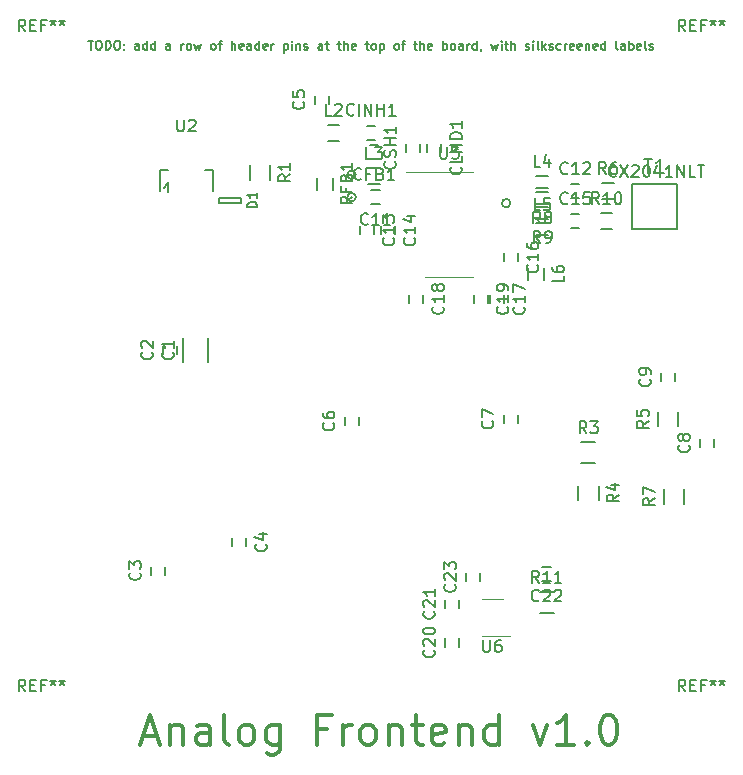
<source format=gbr>
G04 #@! TF.FileFunction,Legend,Top*
%FSLAX46Y46*%
G04 Gerber Fmt 4.6, Leading zero omitted, Abs format (unit mm)*
G04 Created by KiCad (PCBNEW 4.0.6) date Thursday, June 15, 2017 'PMt' 05:18:36 PM*
%MOMM*%
%LPD*%
G01*
G04 APERTURE LIST*
%ADD10C,0.100000*%
%ADD11C,0.127000*%
%ADD12C,0.300000*%
%ADD13C,0.200000*%
%ADD14C,0.150000*%
%ADD15C,0.120000*%
G04 APERTURE END LIST*
D10*
D11*
X122083282Y-51652714D02*
X122518711Y-51652714D01*
X122300997Y-52414714D02*
X122300997Y-51652714D01*
X122917853Y-51652714D02*
X123062996Y-51652714D01*
X123135568Y-51689000D01*
X123208139Y-51761571D01*
X123244425Y-51906714D01*
X123244425Y-52160714D01*
X123208139Y-52305857D01*
X123135568Y-52378429D01*
X123062996Y-52414714D01*
X122917853Y-52414714D01*
X122845282Y-52378429D01*
X122772711Y-52305857D01*
X122736425Y-52160714D01*
X122736425Y-51906714D01*
X122772711Y-51761571D01*
X122845282Y-51689000D01*
X122917853Y-51652714D01*
X123570997Y-52414714D02*
X123570997Y-51652714D01*
X123752425Y-51652714D01*
X123861282Y-51689000D01*
X123933854Y-51761571D01*
X123970139Y-51834143D01*
X124006425Y-51979286D01*
X124006425Y-52088143D01*
X123970139Y-52233286D01*
X123933854Y-52305857D01*
X123861282Y-52378429D01*
X123752425Y-52414714D01*
X123570997Y-52414714D01*
X124478139Y-51652714D02*
X124623282Y-51652714D01*
X124695854Y-51689000D01*
X124768425Y-51761571D01*
X124804711Y-51906714D01*
X124804711Y-52160714D01*
X124768425Y-52305857D01*
X124695854Y-52378429D01*
X124623282Y-52414714D01*
X124478139Y-52414714D01*
X124405568Y-52378429D01*
X124332997Y-52305857D01*
X124296711Y-52160714D01*
X124296711Y-51906714D01*
X124332997Y-51761571D01*
X124405568Y-51689000D01*
X124478139Y-51652714D01*
X125131283Y-52342143D02*
X125167568Y-52378429D01*
X125131283Y-52414714D01*
X125094997Y-52378429D01*
X125131283Y-52342143D01*
X125131283Y-52414714D01*
X125131283Y-51943000D02*
X125167568Y-51979286D01*
X125131283Y-52015571D01*
X125094997Y-51979286D01*
X125131283Y-51943000D01*
X125131283Y-52015571D01*
X126401282Y-52414714D02*
X126401282Y-52015571D01*
X126364996Y-51943000D01*
X126292425Y-51906714D01*
X126147282Y-51906714D01*
X126074711Y-51943000D01*
X126401282Y-52378429D02*
X126328711Y-52414714D01*
X126147282Y-52414714D01*
X126074711Y-52378429D01*
X126038425Y-52305857D01*
X126038425Y-52233286D01*
X126074711Y-52160714D01*
X126147282Y-52124429D01*
X126328711Y-52124429D01*
X126401282Y-52088143D01*
X127090711Y-52414714D02*
X127090711Y-51652714D01*
X127090711Y-52378429D02*
X127018140Y-52414714D01*
X126872997Y-52414714D01*
X126800425Y-52378429D01*
X126764140Y-52342143D01*
X126727854Y-52269571D01*
X126727854Y-52051857D01*
X126764140Y-51979286D01*
X126800425Y-51943000D01*
X126872997Y-51906714D01*
X127018140Y-51906714D01*
X127090711Y-51943000D01*
X127780140Y-52414714D02*
X127780140Y-51652714D01*
X127780140Y-52378429D02*
X127707569Y-52414714D01*
X127562426Y-52414714D01*
X127489854Y-52378429D01*
X127453569Y-52342143D01*
X127417283Y-52269571D01*
X127417283Y-52051857D01*
X127453569Y-51979286D01*
X127489854Y-51943000D01*
X127562426Y-51906714D01*
X127707569Y-51906714D01*
X127780140Y-51943000D01*
X129050140Y-52414714D02*
X129050140Y-52015571D01*
X129013854Y-51943000D01*
X128941283Y-51906714D01*
X128796140Y-51906714D01*
X128723569Y-51943000D01*
X129050140Y-52378429D02*
X128977569Y-52414714D01*
X128796140Y-52414714D01*
X128723569Y-52378429D01*
X128687283Y-52305857D01*
X128687283Y-52233286D01*
X128723569Y-52160714D01*
X128796140Y-52124429D01*
X128977569Y-52124429D01*
X129050140Y-52088143D01*
X129993569Y-52414714D02*
X129993569Y-51906714D01*
X129993569Y-52051857D02*
X130029854Y-51979286D01*
X130066140Y-51943000D01*
X130138711Y-51906714D01*
X130211283Y-51906714D01*
X130574140Y-52414714D02*
X130501568Y-52378429D01*
X130465283Y-52342143D01*
X130428997Y-52269571D01*
X130428997Y-52051857D01*
X130465283Y-51979286D01*
X130501568Y-51943000D01*
X130574140Y-51906714D01*
X130682997Y-51906714D01*
X130755568Y-51943000D01*
X130791854Y-51979286D01*
X130828140Y-52051857D01*
X130828140Y-52269571D01*
X130791854Y-52342143D01*
X130755568Y-52378429D01*
X130682997Y-52414714D01*
X130574140Y-52414714D01*
X131082140Y-51906714D02*
X131227283Y-52414714D01*
X131372426Y-52051857D01*
X131517569Y-52414714D01*
X131662712Y-51906714D01*
X132642426Y-52414714D02*
X132569854Y-52378429D01*
X132533569Y-52342143D01*
X132497283Y-52269571D01*
X132497283Y-52051857D01*
X132533569Y-51979286D01*
X132569854Y-51943000D01*
X132642426Y-51906714D01*
X132751283Y-51906714D01*
X132823854Y-51943000D01*
X132860140Y-51979286D01*
X132896426Y-52051857D01*
X132896426Y-52269571D01*
X132860140Y-52342143D01*
X132823854Y-52378429D01*
X132751283Y-52414714D01*
X132642426Y-52414714D01*
X133114140Y-51906714D02*
X133404426Y-51906714D01*
X133222998Y-52414714D02*
X133222998Y-51761571D01*
X133259283Y-51689000D01*
X133331855Y-51652714D01*
X133404426Y-51652714D01*
X134238998Y-52414714D02*
X134238998Y-51652714D01*
X134565569Y-52414714D02*
X134565569Y-52015571D01*
X134529283Y-51943000D01*
X134456712Y-51906714D01*
X134347855Y-51906714D01*
X134275283Y-51943000D01*
X134238998Y-51979286D01*
X135218712Y-52378429D02*
X135146141Y-52414714D01*
X135000998Y-52414714D01*
X134928427Y-52378429D01*
X134892141Y-52305857D01*
X134892141Y-52015571D01*
X134928427Y-51943000D01*
X135000998Y-51906714D01*
X135146141Y-51906714D01*
X135218712Y-51943000D01*
X135254998Y-52015571D01*
X135254998Y-52088143D01*
X134892141Y-52160714D01*
X135908141Y-52414714D02*
X135908141Y-52015571D01*
X135871855Y-51943000D01*
X135799284Y-51906714D01*
X135654141Y-51906714D01*
X135581570Y-51943000D01*
X135908141Y-52378429D02*
X135835570Y-52414714D01*
X135654141Y-52414714D01*
X135581570Y-52378429D01*
X135545284Y-52305857D01*
X135545284Y-52233286D01*
X135581570Y-52160714D01*
X135654141Y-52124429D01*
X135835570Y-52124429D01*
X135908141Y-52088143D01*
X136597570Y-52414714D02*
X136597570Y-51652714D01*
X136597570Y-52378429D02*
X136524999Y-52414714D01*
X136379856Y-52414714D01*
X136307284Y-52378429D01*
X136270999Y-52342143D01*
X136234713Y-52269571D01*
X136234713Y-52051857D01*
X136270999Y-51979286D01*
X136307284Y-51943000D01*
X136379856Y-51906714D01*
X136524999Y-51906714D01*
X136597570Y-51943000D01*
X137250713Y-52378429D02*
X137178142Y-52414714D01*
X137032999Y-52414714D01*
X136960428Y-52378429D01*
X136924142Y-52305857D01*
X136924142Y-52015571D01*
X136960428Y-51943000D01*
X137032999Y-51906714D01*
X137178142Y-51906714D01*
X137250713Y-51943000D01*
X137286999Y-52015571D01*
X137286999Y-52088143D01*
X136924142Y-52160714D01*
X137613571Y-52414714D02*
X137613571Y-51906714D01*
X137613571Y-52051857D02*
X137649856Y-51979286D01*
X137686142Y-51943000D01*
X137758713Y-51906714D01*
X137831285Y-51906714D01*
X138665856Y-51906714D02*
X138665856Y-52668714D01*
X138665856Y-51943000D02*
X138738427Y-51906714D01*
X138883570Y-51906714D01*
X138956141Y-51943000D01*
X138992427Y-51979286D01*
X139028713Y-52051857D01*
X139028713Y-52269571D01*
X138992427Y-52342143D01*
X138956141Y-52378429D01*
X138883570Y-52414714D01*
X138738427Y-52414714D01*
X138665856Y-52378429D01*
X139355285Y-52414714D02*
X139355285Y-51906714D01*
X139355285Y-51652714D02*
X139318999Y-51689000D01*
X139355285Y-51725286D01*
X139391570Y-51689000D01*
X139355285Y-51652714D01*
X139355285Y-51725286D01*
X139718142Y-51906714D02*
X139718142Y-52414714D01*
X139718142Y-51979286D02*
X139754427Y-51943000D01*
X139826999Y-51906714D01*
X139935856Y-51906714D01*
X140008427Y-51943000D01*
X140044713Y-52015571D01*
X140044713Y-52414714D01*
X140371285Y-52378429D02*
X140443856Y-52414714D01*
X140588999Y-52414714D01*
X140661571Y-52378429D01*
X140697856Y-52305857D01*
X140697856Y-52269571D01*
X140661571Y-52197000D01*
X140588999Y-52160714D01*
X140480142Y-52160714D01*
X140407571Y-52124429D01*
X140371285Y-52051857D01*
X140371285Y-52015571D01*
X140407571Y-51943000D01*
X140480142Y-51906714D01*
X140588999Y-51906714D01*
X140661571Y-51943000D01*
X141931570Y-52414714D02*
X141931570Y-52015571D01*
X141895284Y-51943000D01*
X141822713Y-51906714D01*
X141677570Y-51906714D01*
X141604999Y-51943000D01*
X141931570Y-52378429D02*
X141858999Y-52414714D01*
X141677570Y-52414714D01*
X141604999Y-52378429D01*
X141568713Y-52305857D01*
X141568713Y-52233286D01*
X141604999Y-52160714D01*
X141677570Y-52124429D01*
X141858999Y-52124429D01*
X141931570Y-52088143D01*
X142185570Y-51906714D02*
X142475856Y-51906714D01*
X142294428Y-51652714D02*
X142294428Y-52305857D01*
X142330713Y-52378429D01*
X142403285Y-52414714D01*
X142475856Y-52414714D01*
X143201570Y-51906714D02*
X143491856Y-51906714D01*
X143310428Y-51652714D02*
X143310428Y-52305857D01*
X143346713Y-52378429D01*
X143419285Y-52414714D01*
X143491856Y-52414714D01*
X143745857Y-52414714D02*
X143745857Y-51652714D01*
X144072428Y-52414714D02*
X144072428Y-52015571D01*
X144036142Y-51943000D01*
X143963571Y-51906714D01*
X143854714Y-51906714D01*
X143782142Y-51943000D01*
X143745857Y-51979286D01*
X144725571Y-52378429D02*
X144653000Y-52414714D01*
X144507857Y-52414714D01*
X144435286Y-52378429D01*
X144399000Y-52305857D01*
X144399000Y-52015571D01*
X144435286Y-51943000D01*
X144507857Y-51906714D01*
X144653000Y-51906714D01*
X144725571Y-51943000D01*
X144761857Y-52015571D01*
X144761857Y-52088143D01*
X144399000Y-52160714D01*
X145560142Y-51906714D02*
X145850428Y-51906714D01*
X145669000Y-51652714D02*
X145669000Y-52305857D01*
X145705285Y-52378429D01*
X145777857Y-52414714D01*
X145850428Y-52414714D01*
X146213286Y-52414714D02*
X146140714Y-52378429D01*
X146104429Y-52342143D01*
X146068143Y-52269571D01*
X146068143Y-52051857D01*
X146104429Y-51979286D01*
X146140714Y-51943000D01*
X146213286Y-51906714D01*
X146322143Y-51906714D01*
X146394714Y-51943000D01*
X146431000Y-51979286D01*
X146467286Y-52051857D01*
X146467286Y-52269571D01*
X146431000Y-52342143D01*
X146394714Y-52378429D01*
X146322143Y-52414714D01*
X146213286Y-52414714D01*
X146793858Y-51906714D02*
X146793858Y-52668714D01*
X146793858Y-51943000D02*
X146866429Y-51906714D01*
X147011572Y-51906714D01*
X147084143Y-51943000D01*
X147120429Y-51979286D01*
X147156715Y-52051857D01*
X147156715Y-52269571D01*
X147120429Y-52342143D01*
X147084143Y-52378429D01*
X147011572Y-52414714D01*
X146866429Y-52414714D01*
X146793858Y-52378429D01*
X148172715Y-52414714D02*
X148100143Y-52378429D01*
X148063858Y-52342143D01*
X148027572Y-52269571D01*
X148027572Y-52051857D01*
X148063858Y-51979286D01*
X148100143Y-51943000D01*
X148172715Y-51906714D01*
X148281572Y-51906714D01*
X148354143Y-51943000D01*
X148390429Y-51979286D01*
X148426715Y-52051857D01*
X148426715Y-52269571D01*
X148390429Y-52342143D01*
X148354143Y-52378429D01*
X148281572Y-52414714D01*
X148172715Y-52414714D01*
X148644429Y-51906714D02*
X148934715Y-51906714D01*
X148753287Y-52414714D02*
X148753287Y-51761571D01*
X148789572Y-51689000D01*
X148862144Y-51652714D01*
X148934715Y-51652714D01*
X149660429Y-51906714D02*
X149950715Y-51906714D01*
X149769287Y-51652714D02*
X149769287Y-52305857D01*
X149805572Y-52378429D01*
X149878144Y-52414714D01*
X149950715Y-52414714D01*
X150204716Y-52414714D02*
X150204716Y-51652714D01*
X150531287Y-52414714D02*
X150531287Y-52015571D01*
X150495001Y-51943000D01*
X150422430Y-51906714D01*
X150313573Y-51906714D01*
X150241001Y-51943000D01*
X150204716Y-51979286D01*
X151184430Y-52378429D02*
X151111859Y-52414714D01*
X150966716Y-52414714D01*
X150894145Y-52378429D01*
X150857859Y-52305857D01*
X150857859Y-52015571D01*
X150894145Y-51943000D01*
X150966716Y-51906714D01*
X151111859Y-51906714D01*
X151184430Y-51943000D01*
X151220716Y-52015571D01*
X151220716Y-52088143D01*
X150857859Y-52160714D01*
X152127859Y-52414714D02*
X152127859Y-51652714D01*
X152127859Y-51943000D02*
X152200430Y-51906714D01*
X152345573Y-51906714D01*
X152418144Y-51943000D01*
X152454430Y-51979286D01*
X152490716Y-52051857D01*
X152490716Y-52269571D01*
X152454430Y-52342143D01*
X152418144Y-52378429D01*
X152345573Y-52414714D01*
X152200430Y-52414714D01*
X152127859Y-52378429D01*
X152926145Y-52414714D02*
X152853573Y-52378429D01*
X152817288Y-52342143D01*
X152781002Y-52269571D01*
X152781002Y-52051857D01*
X152817288Y-51979286D01*
X152853573Y-51943000D01*
X152926145Y-51906714D01*
X153035002Y-51906714D01*
X153107573Y-51943000D01*
X153143859Y-51979286D01*
X153180145Y-52051857D01*
X153180145Y-52269571D01*
X153143859Y-52342143D01*
X153107573Y-52378429D01*
X153035002Y-52414714D01*
X152926145Y-52414714D01*
X153833288Y-52414714D02*
X153833288Y-52015571D01*
X153797002Y-51943000D01*
X153724431Y-51906714D01*
X153579288Y-51906714D01*
X153506717Y-51943000D01*
X153833288Y-52378429D02*
X153760717Y-52414714D01*
X153579288Y-52414714D01*
X153506717Y-52378429D01*
X153470431Y-52305857D01*
X153470431Y-52233286D01*
X153506717Y-52160714D01*
X153579288Y-52124429D01*
X153760717Y-52124429D01*
X153833288Y-52088143D01*
X154196146Y-52414714D02*
X154196146Y-51906714D01*
X154196146Y-52051857D02*
X154232431Y-51979286D01*
X154268717Y-51943000D01*
X154341288Y-51906714D01*
X154413860Y-51906714D01*
X154994431Y-52414714D02*
X154994431Y-51652714D01*
X154994431Y-52378429D02*
X154921860Y-52414714D01*
X154776717Y-52414714D01*
X154704145Y-52378429D01*
X154667860Y-52342143D01*
X154631574Y-52269571D01*
X154631574Y-52051857D01*
X154667860Y-51979286D01*
X154704145Y-51943000D01*
X154776717Y-51906714D01*
X154921860Y-51906714D01*
X154994431Y-51943000D01*
X155393574Y-52378429D02*
X155393574Y-52414714D01*
X155357289Y-52487286D01*
X155321003Y-52523571D01*
X156228145Y-51906714D02*
X156373288Y-52414714D01*
X156518431Y-52051857D01*
X156663574Y-52414714D01*
X156808717Y-51906714D01*
X157099003Y-52414714D02*
X157099003Y-51906714D01*
X157099003Y-51652714D02*
X157062717Y-51689000D01*
X157099003Y-51725286D01*
X157135288Y-51689000D01*
X157099003Y-51652714D01*
X157099003Y-51725286D01*
X157353002Y-51906714D02*
X157643288Y-51906714D01*
X157461860Y-51652714D02*
X157461860Y-52305857D01*
X157498145Y-52378429D01*
X157570717Y-52414714D01*
X157643288Y-52414714D01*
X157897289Y-52414714D02*
X157897289Y-51652714D01*
X158223860Y-52414714D02*
X158223860Y-52015571D01*
X158187574Y-51943000D01*
X158115003Y-51906714D01*
X158006146Y-51906714D01*
X157933574Y-51943000D01*
X157897289Y-51979286D01*
X159131003Y-52378429D02*
X159203574Y-52414714D01*
X159348717Y-52414714D01*
X159421289Y-52378429D01*
X159457574Y-52305857D01*
X159457574Y-52269571D01*
X159421289Y-52197000D01*
X159348717Y-52160714D01*
X159239860Y-52160714D01*
X159167289Y-52124429D01*
X159131003Y-52051857D01*
X159131003Y-52015571D01*
X159167289Y-51943000D01*
X159239860Y-51906714D01*
X159348717Y-51906714D01*
X159421289Y-51943000D01*
X159784146Y-52414714D02*
X159784146Y-51906714D01*
X159784146Y-51652714D02*
X159747860Y-51689000D01*
X159784146Y-51725286D01*
X159820431Y-51689000D01*
X159784146Y-51652714D01*
X159784146Y-51725286D01*
X160255860Y-52414714D02*
X160183288Y-52378429D01*
X160147003Y-52305857D01*
X160147003Y-51652714D01*
X160546146Y-52414714D02*
X160546146Y-51652714D01*
X160618717Y-52124429D02*
X160836431Y-52414714D01*
X160836431Y-51906714D02*
X160546146Y-52197000D01*
X161126717Y-52378429D02*
X161199288Y-52414714D01*
X161344431Y-52414714D01*
X161417003Y-52378429D01*
X161453288Y-52305857D01*
X161453288Y-52269571D01*
X161417003Y-52197000D01*
X161344431Y-52160714D01*
X161235574Y-52160714D01*
X161163003Y-52124429D01*
X161126717Y-52051857D01*
X161126717Y-52015571D01*
X161163003Y-51943000D01*
X161235574Y-51906714D01*
X161344431Y-51906714D01*
X161417003Y-51943000D01*
X162106431Y-52378429D02*
X162033860Y-52414714D01*
X161888717Y-52414714D01*
X161816145Y-52378429D01*
X161779860Y-52342143D01*
X161743574Y-52269571D01*
X161743574Y-52051857D01*
X161779860Y-51979286D01*
X161816145Y-51943000D01*
X161888717Y-51906714D01*
X162033860Y-51906714D01*
X162106431Y-51943000D01*
X162433003Y-52414714D02*
X162433003Y-51906714D01*
X162433003Y-52051857D02*
X162469288Y-51979286D01*
X162505574Y-51943000D01*
X162578145Y-51906714D01*
X162650717Y-51906714D01*
X163195002Y-52378429D02*
X163122431Y-52414714D01*
X162977288Y-52414714D01*
X162904717Y-52378429D01*
X162868431Y-52305857D01*
X162868431Y-52015571D01*
X162904717Y-51943000D01*
X162977288Y-51906714D01*
X163122431Y-51906714D01*
X163195002Y-51943000D01*
X163231288Y-52015571D01*
X163231288Y-52088143D01*
X162868431Y-52160714D01*
X163848145Y-52378429D02*
X163775574Y-52414714D01*
X163630431Y-52414714D01*
X163557860Y-52378429D01*
X163521574Y-52305857D01*
X163521574Y-52015571D01*
X163557860Y-51943000D01*
X163630431Y-51906714D01*
X163775574Y-51906714D01*
X163848145Y-51943000D01*
X163884431Y-52015571D01*
X163884431Y-52088143D01*
X163521574Y-52160714D01*
X164211003Y-51906714D02*
X164211003Y-52414714D01*
X164211003Y-51979286D02*
X164247288Y-51943000D01*
X164319860Y-51906714D01*
X164428717Y-51906714D01*
X164501288Y-51943000D01*
X164537574Y-52015571D01*
X164537574Y-52414714D01*
X165190717Y-52378429D02*
X165118146Y-52414714D01*
X164973003Y-52414714D01*
X164900432Y-52378429D01*
X164864146Y-52305857D01*
X164864146Y-52015571D01*
X164900432Y-51943000D01*
X164973003Y-51906714D01*
X165118146Y-51906714D01*
X165190717Y-51943000D01*
X165227003Y-52015571D01*
X165227003Y-52088143D01*
X164864146Y-52160714D01*
X165880146Y-52414714D02*
X165880146Y-51652714D01*
X165880146Y-52378429D02*
X165807575Y-52414714D01*
X165662432Y-52414714D01*
X165589860Y-52378429D01*
X165553575Y-52342143D01*
X165517289Y-52269571D01*
X165517289Y-52051857D01*
X165553575Y-51979286D01*
X165589860Y-51943000D01*
X165662432Y-51906714D01*
X165807575Y-51906714D01*
X165880146Y-51943000D01*
X166932432Y-52414714D02*
X166859860Y-52378429D01*
X166823575Y-52305857D01*
X166823575Y-51652714D01*
X167549289Y-52414714D02*
X167549289Y-52015571D01*
X167513003Y-51943000D01*
X167440432Y-51906714D01*
X167295289Y-51906714D01*
X167222718Y-51943000D01*
X167549289Y-52378429D02*
X167476718Y-52414714D01*
X167295289Y-52414714D01*
X167222718Y-52378429D01*
X167186432Y-52305857D01*
X167186432Y-52233286D01*
X167222718Y-52160714D01*
X167295289Y-52124429D01*
X167476718Y-52124429D01*
X167549289Y-52088143D01*
X167912147Y-52414714D02*
X167912147Y-51652714D01*
X167912147Y-51943000D02*
X167984718Y-51906714D01*
X168129861Y-51906714D01*
X168202432Y-51943000D01*
X168238718Y-51979286D01*
X168275004Y-52051857D01*
X168275004Y-52269571D01*
X168238718Y-52342143D01*
X168202432Y-52378429D01*
X168129861Y-52414714D01*
X167984718Y-52414714D01*
X167912147Y-52378429D01*
X168891861Y-52378429D02*
X168819290Y-52414714D01*
X168674147Y-52414714D01*
X168601576Y-52378429D01*
X168565290Y-52305857D01*
X168565290Y-52015571D01*
X168601576Y-51943000D01*
X168674147Y-51906714D01*
X168819290Y-51906714D01*
X168891861Y-51943000D01*
X168928147Y-52015571D01*
X168928147Y-52088143D01*
X168565290Y-52160714D01*
X169363576Y-52414714D02*
X169291004Y-52378429D01*
X169254719Y-52305857D01*
X169254719Y-51652714D01*
X169617576Y-52378429D02*
X169690147Y-52414714D01*
X169835290Y-52414714D01*
X169907862Y-52378429D01*
X169944147Y-52305857D01*
X169944147Y-52269571D01*
X169907862Y-52197000D01*
X169835290Y-52160714D01*
X169726433Y-52160714D01*
X169653862Y-52124429D01*
X169617576Y-52051857D01*
X169617576Y-52015571D01*
X169653862Y-51943000D01*
X169726433Y-51906714D01*
X169835290Y-51906714D01*
X169907862Y-51943000D01*
D12*
X126733906Y-110532333D02*
X127943429Y-110532333D01*
X126492001Y-111258048D02*
X127338667Y-108718048D01*
X128185334Y-111258048D01*
X129032001Y-109564714D02*
X129032001Y-111258048D01*
X129032001Y-109806619D02*
X129152953Y-109685667D01*
X129394858Y-109564714D01*
X129757715Y-109564714D01*
X129999620Y-109685667D01*
X130120572Y-109927571D01*
X130120572Y-111258048D01*
X132418667Y-111258048D02*
X132418667Y-109927571D01*
X132297715Y-109685667D01*
X132055810Y-109564714D01*
X131572001Y-109564714D01*
X131330096Y-109685667D01*
X132418667Y-111137095D02*
X132176763Y-111258048D01*
X131572001Y-111258048D01*
X131330096Y-111137095D01*
X131209144Y-110895190D01*
X131209144Y-110653286D01*
X131330096Y-110411381D01*
X131572001Y-110290429D01*
X132176763Y-110290429D01*
X132418667Y-110169476D01*
X133991048Y-111258048D02*
X133749143Y-111137095D01*
X133628191Y-110895190D01*
X133628191Y-108718048D01*
X135321524Y-111258048D02*
X135079619Y-111137095D01*
X134958667Y-111016143D01*
X134837715Y-110774238D01*
X134837715Y-110048524D01*
X134958667Y-109806619D01*
X135079619Y-109685667D01*
X135321524Y-109564714D01*
X135684381Y-109564714D01*
X135926286Y-109685667D01*
X136047238Y-109806619D01*
X136168191Y-110048524D01*
X136168191Y-110774238D01*
X136047238Y-111016143D01*
X135926286Y-111137095D01*
X135684381Y-111258048D01*
X135321524Y-111258048D01*
X138345333Y-109564714D02*
X138345333Y-111620905D01*
X138224381Y-111862810D01*
X138103429Y-111983762D01*
X137861524Y-112104714D01*
X137498667Y-112104714D01*
X137256762Y-111983762D01*
X138345333Y-111137095D02*
X138103429Y-111258048D01*
X137619619Y-111258048D01*
X137377714Y-111137095D01*
X137256762Y-111016143D01*
X137135810Y-110774238D01*
X137135810Y-110048524D01*
X137256762Y-109806619D01*
X137377714Y-109685667D01*
X137619619Y-109564714D01*
X138103429Y-109564714D01*
X138345333Y-109685667D01*
X142336762Y-109927571D02*
X141490095Y-109927571D01*
X141490095Y-111258048D02*
X141490095Y-108718048D01*
X142699619Y-108718048D01*
X143667238Y-111258048D02*
X143667238Y-109564714D01*
X143667238Y-110048524D02*
X143788190Y-109806619D01*
X143909143Y-109685667D01*
X144151047Y-109564714D01*
X144392952Y-109564714D01*
X145602476Y-111258048D02*
X145360571Y-111137095D01*
X145239619Y-111016143D01*
X145118667Y-110774238D01*
X145118667Y-110048524D01*
X145239619Y-109806619D01*
X145360571Y-109685667D01*
X145602476Y-109564714D01*
X145965333Y-109564714D01*
X146207238Y-109685667D01*
X146328190Y-109806619D01*
X146449143Y-110048524D01*
X146449143Y-110774238D01*
X146328190Y-111016143D01*
X146207238Y-111137095D01*
X145965333Y-111258048D01*
X145602476Y-111258048D01*
X147537714Y-109564714D02*
X147537714Y-111258048D01*
X147537714Y-109806619D02*
X147658666Y-109685667D01*
X147900571Y-109564714D01*
X148263428Y-109564714D01*
X148505333Y-109685667D01*
X148626285Y-109927571D01*
X148626285Y-111258048D01*
X149472952Y-109564714D02*
X150440571Y-109564714D01*
X149835809Y-108718048D02*
X149835809Y-110895190D01*
X149956761Y-111137095D01*
X150198666Y-111258048D01*
X150440571Y-111258048D01*
X152254857Y-111137095D02*
X152012952Y-111258048D01*
X151529143Y-111258048D01*
X151287238Y-111137095D01*
X151166286Y-110895190D01*
X151166286Y-109927571D01*
X151287238Y-109685667D01*
X151529143Y-109564714D01*
X152012952Y-109564714D01*
X152254857Y-109685667D01*
X152375809Y-109927571D01*
X152375809Y-110169476D01*
X151166286Y-110411381D01*
X153464381Y-109564714D02*
X153464381Y-111258048D01*
X153464381Y-109806619D02*
X153585333Y-109685667D01*
X153827238Y-109564714D01*
X154190095Y-109564714D01*
X154432000Y-109685667D01*
X154552952Y-109927571D01*
X154552952Y-111258048D01*
X156851047Y-111258048D02*
X156851047Y-108718048D01*
X156851047Y-111137095D02*
X156609143Y-111258048D01*
X156125333Y-111258048D01*
X155883428Y-111137095D01*
X155762476Y-111016143D01*
X155641524Y-110774238D01*
X155641524Y-110048524D01*
X155762476Y-109806619D01*
X155883428Y-109685667D01*
X156125333Y-109564714D01*
X156609143Y-109564714D01*
X156851047Y-109685667D01*
X159753904Y-109564714D02*
X160358666Y-111258048D01*
X160963428Y-109564714D01*
X163261523Y-111258048D02*
X161810095Y-111258048D01*
X162535809Y-111258048D02*
X162535809Y-108718048D01*
X162293904Y-109080905D01*
X162051999Y-109322810D01*
X161810095Y-109443762D01*
X164350095Y-111016143D02*
X164471047Y-111137095D01*
X164350095Y-111258048D01*
X164229143Y-111137095D01*
X164350095Y-111016143D01*
X164350095Y-111258048D01*
X166043428Y-108718048D02*
X166285333Y-108718048D01*
X166527238Y-108839000D01*
X166648190Y-108959952D01*
X166769143Y-109201857D01*
X166890095Y-109685667D01*
X166890095Y-110290429D01*
X166769143Y-110774238D01*
X166648190Y-111016143D01*
X166527238Y-111137095D01*
X166285333Y-111258048D01*
X166043428Y-111258048D01*
X165801524Y-111137095D01*
X165680571Y-111016143D01*
X165559619Y-110774238D01*
X165438667Y-110290429D01*
X165438667Y-109685667D01*
X165559619Y-109201857D01*
X165680571Y-108959952D01*
X165801524Y-108839000D01*
X166043428Y-108718048D01*
D13*
X157839210Y-65405000D02*
G75*
G03X157839210Y-65405000I-359210J0D01*
G01*
X144758210Y-64897000D02*
G75*
G03X144758210Y-64897000I-359210J0D01*
G01*
X144758210Y-62992000D02*
G75*
G03X144758210Y-62992000I-359210J0D01*
G01*
D14*
X135782000Y-63404000D02*
X135782000Y-62204000D01*
X137532000Y-62204000D02*
X137532000Y-63404000D01*
X141259000Y-56992000D02*
X141259000Y-56292000D01*
X142459000Y-56292000D02*
X142459000Y-56992000D01*
X128529080Y-64081660D02*
X128778000Y-63781940D01*
X128778000Y-63781940D02*
X128879600Y-63632080D01*
X128879600Y-63632080D02*
X128879600Y-64480440D01*
X128178560Y-62580520D02*
X128178560Y-64381380D01*
X128178560Y-62580520D02*
X128828800Y-62580520D01*
X132679440Y-62580520D02*
X132679440Y-64381380D01*
X132679440Y-62580520D02*
X132029200Y-62580520D01*
X135012000Y-64951000D02*
X133212000Y-64951000D01*
X133212000Y-64951000D02*
X133212000Y-65351000D01*
X133212000Y-65351000D02*
X135012000Y-65351000D01*
X135012000Y-65351000D02*
X135012000Y-64951000D01*
X130166000Y-76851000D02*
X130166000Y-78851000D01*
X132216000Y-78851000D02*
X132216000Y-76851000D01*
X128432000Y-78201000D02*
X128432000Y-77501000D01*
X129632000Y-77501000D02*
X129632000Y-78201000D01*
X127416000Y-96870000D02*
X127416000Y-96170000D01*
X128616000Y-96170000D02*
X128616000Y-96870000D01*
X135474000Y-93757000D02*
X135474000Y-94457000D01*
X134274000Y-94457000D02*
X134274000Y-93757000D01*
X143799000Y-84182000D02*
X143799000Y-83482000D01*
X144999000Y-83482000D02*
X144999000Y-84182000D01*
X157261000Y-84031000D02*
X157261000Y-83331000D01*
X158461000Y-83331000D02*
X158461000Y-84031000D01*
X173898000Y-86075000D02*
X173898000Y-85375000D01*
X175098000Y-85375000D02*
X175098000Y-86075000D01*
X170596000Y-80487000D02*
X170596000Y-79787000D01*
X171796000Y-79787000D02*
X171796000Y-80487000D01*
X146781000Y-65497000D02*
X146081000Y-65497000D01*
X146081000Y-64297000D02*
X146781000Y-64297000D01*
X162984000Y-63789000D02*
X163684000Y-63789000D01*
X163684000Y-64989000D02*
X162984000Y-64989000D01*
X146269000Y-67341000D02*
X146269000Y-68041000D01*
X145069000Y-68041000D02*
X145069000Y-67341000D01*
X148047000Y-67341000D02*
X148047000Y-68041000D01*
X146847000Y-68041000D02*
X146847000Y-67341000D01*
X162984000Y-66329000D02*
X163684000Y-66329000D01*
X163684000Y-67529000D02*
X162984000Y-67529000D01*
X158461000Y-69627000D02*
X158461000Y-70327000D01*
X157261000Y-70327000D02*
X157261000Y-69627000D01*
X157318000Y-73195000D02*
X157318000Y-73895000D01*
X156118000Y-73895000D02*
X156118000Y-73195000D01*
X150460000Y-73171000D02*
X150460000Y-73871000D01*
X149260000Y-73871000D02*
X149260000Y-73171000D01*
X155921000Y-73171000D02*
X155921000Y-73871000D01*
X154721000Y-73871000D02*
X154721000Y-73171000D01*
X152308000Y-102954000D02*
X152308000Y-102254000D01*
X153508000Y-102254000D02*
X153508000Y-102954000D01*
X152308000Y-99664000D02*
X152308000Y-98964000D01*
X153508000Y-98964000D02*
X153508000Y-99664000D01*
X161259000Y-97374000D02*
X160559000Y-97374000D01*
X160559000Y-96174000D02*
X161259000Y-96174000D01*
X154086000Y-97390000D02*
X154086000Y-96690000D01*
X155286000Y-96690000D02*
X155286000Y-97390000D01*
X146654000Y-61687000D02*
X145954000Y-61687000D01*
X145954000Y-60487000D02*
X146654000Y-60487000D01*
X145700000Y-58836000D02*
X146400000Y-58836000D01*
X146400000Y-60036000D02*
X145700000Y-60036000D01*
X151984000Y-60356000D02*
X151984000Y-61056000D01*
X150784000Y-61056000D02*
X150784000Y-60356000D01*
X149006000Y-61056000D02*
X149006000Y-60356000D01*
X150206000Y-60356000D02*
X150206000Y-61056000D01*
X143375000Y-60111000D02*
X142375000Y-60111000D01*
X142375000Y-58761000D02*
X143375000Y-58761000D01*
X146804000Y-63794000D02*
X145804000Y-63794000D01*
X145804000Y-62444000D02*
X146804000Y-62444000D01*
X161040000Y-64429000D02*
X160040000Y-64429000D01*
X160040000Y-63079000D02*
X161040000Y-63079000D01*
X161040000Y-68112000D02*
X160040000Y-68112000D01*
X160040000Y-66762000D02*
X161040000Y-66762000D01*
X159345000Y-71874000D02*
X159345000Y-70874000D01*
X160695000Y-70874000D02*
X160695000Y-71874000D01*
X165050038Y-87406340D02*
X163850038Y-87406340D01*
X163850038Y-85656340D02*
X165050038Y-85656340D01*
X163590000Y-90516000D02*
X163590000Y-89316000D01*
X165340000Y-89316000D02*
X165340000Y-90516000D01*
X172071000Y-83071340D02*
X172071000Y-84271340D01*
X170321000Y-84271340D02*
X170321000Y-83071340D01*
X166604000Y-65064000D02*
X165604000Y-65064000D01*
X165604000Y-63714000D02*
X166604000Y-63714000D01*
X172579000Y-89631000D02*
X172579000Y-90831000D01*
X170829000Y-90831000D02*
X170829000Y-89631000D01*
X160028000Y-64095000D02*
X161028000Y-64095000D01*
X161028000Y-65445000D02*
X160028000Y-65445000D01*
X160040000Y-65746000D02*
X161040000Y-65746000D01*
X161040000Y-67096000D02*
X160040000Y-67096000D01*
X166489000Y-67604000D02*
X165489000Y-67604000D01*
X165489000Y-66254000D02*
X166489000Y-66254000D01*
X161509000Y-100062000D02*
X160309000Y-100062000D01*
X160309000Y-98312000D02*
X161509000Y-98312000D01*
X141438000Y-64254000D02*
X141438000Y-63254000D01*
X142788000Y-63254000D02*
X142788000Y-64254000D01*
X171958000Y-63754000D02*
X168148000Y-63754000D01*
X168148000Y-67564000D02*
X168148000Y-63754000D01*
X171958000Y-67564000D02*
X168148000Y-67564000D01*
X171958000Y-63754000D02*
X171958000Y-67564000D01*
D15*
X157177000Y-98945124D02*
X155417000Y-98945124D01*
X155417000Y-102015124D02*
X157847000Y-102015124D01*
X150654000Y-71683000D02*
X154654000Y-71683000D01*
X148964000Y-62733000D02*
X154654000Y-62733000D01*
D14*
X116776667Y-106742381D02*
X116443333Y-106266190D01*
X116205238Y-106742381D02*
X116205238Y-105742381D01*
X116586191Y-105742381D01*
X116681429Y-105790000D01*
X116729048Y-105837619D01*
X116776667Y-105932857D01*
X116776667Y-106075714D01*
X116729048Y-106170952D01*
X116681429Y-106218571D01*
X116586191Y-106266190D01*
X116205238Y-106266190D01*
X117205238Y-106218571D02*
X117538572Y-106218571D01*
X117681429Y-106742381D02*
X117205238Y-106742381D01*
X117205238Y-105742381D01*
X117681429Y-105742381D01*
X118443334Y-106218571D02*
X118110000Y-106218571D01*
X118110000Y-106742381D02*
X118110000Y-105742381D01*
X118586191Y-105742381D01*
X119110000Y-105742381D02*
X119110000Y-105980476D01*
X118871905Y-105885238D02*
X119110000Y-105980476D01*
X119348096Y-105885238D01*
X118967143Y-106170952D02*
X119110000Y-105980476D01*
X119252858Y-106170952D01*
X119871905Y-105742381D02*
X119871905Y-105980476D01*
X119633810Y-105885238D02*
X119871905Y-105980476D01*
X120110001Y-105885238D01*
X119729048Y-106170952D02*
X119871905Y-105980476D01*
X120014763Y-106170952D01*
X172656667Y-106742381D02*
X172323333Y-106266190D01*
X172085238Y-106742381D02*
X172085238Y-105742381D01*
X172466191Y-105742381D01*
X172561429Y-105790000D01*
X172609048Y-105837619D01*
X172656667Y-105932857D01*
X172656667Y-106075714D01*
X172609048Y-106170952D01*
X172561429Y-106218571D01*
X172466191Y-106266190D01*
X172085238Y-106266190D01*
X173085238Y-106218571D02*
X173418572Y-106218571D01*
X173561429Y-106742381D02*
X173085238Y-106742381D01*
X173085238Y-105742381D01*
X173561429Y-105742381D01*
X174323334Y-106218571D02*
X173990000Y-106218571D01*
X173990000Y-106742381D02*
X173990000Y-105742381D01*
X174466191Y-105742381D01*
X174990000Y-105742381D02*
X174990000Y-105980476D01*
X174751905Y-105885238D02*
X174990000Y-105980476D01*
X175228096Y-105885238D01*
X174847143Y-106170952D02*
X174990000Y-105980476D01*
X175132858Y-106170952D01*
X175751905Y-105742381D02*
X175751905Y-105980476D01*
X175513810Y-105885238D02*
X175751905Y-105980476D01*
X175990001Y-105885238D01*
X175609048Y-106170952D02*
X175751905Y-105980476D01*
X175894763Y-106170952D01*
X172656667Y-50862381D02*
X172323333Y-50386190D01*
X172085238Y-50862381D02*
X172085238Y-49862381D01*
X172466191Y-49862381D01*
X172561429Y-49910000D01*
X172609048Y-49957619D01*
X172656667Y-50052857D01*
X172656667Y-50195714D01*
X172609048Y-50290952D01*
X172561429Y-50338571D01*
X172466191Y-50386190D01*
X172085238Y-50386190D01*
X173085238Y-50338571D02*
X173418572Y-50338571D01*
X173561429Y-50862381D02*
X173085238Y-50862381D01*
X173085238Y-49862381D01*
X173561429Y-49862381D01*
X174323334Y-50338571D02*
X173990000Y-50338571D01*
X173990000Y-50862381D02*
X173990000Y-49862381D01*
X174466191Y-49862381D01*
X174990000Y-49862381D02*
X174990000Y-50100476D01*
X174751905Y-50005238D02*
X174990000Y-50100476D01*
X175228096Y-50005238D01*
X174847143Y-50290952D02*
X174990000Y-50100476D01*
X175132858Y-50290952D01*
X175751905Y-49862381D02*
X175751905Y-50100476D01*
X175513810Y-50005238D02*
X175751905Y-50100476D01*
X175990001Y-50005238D01*
X175609048Y-50290952D02*
X175751905Y-50100476D01*
X175894763Y-50290952D01*
X139209381Y-62970666D02*
X138733190Y-63304000D01*
X139209381Y-63542095D02*
X138209381Y-63542095D01*
X138209381Y-63161142D01*
X138257000Y-63065904D01*
X138304619Y-63018285D01*
X138399857Y-62970666D01*
X138542714Y-62970666D01*
X138637952Y-63018285D01*
X138685571Y-63065904D01*
X138733190Y-63161142D01*
X138733190Y-63542095D01*
X139209381Y-62018285D02*
X139209381Y-62589714D01*
X139209381Y-62304000D02*
X138209381Y-62304000D01*
X138352238Y-62399238D01*
X138447476Y-62494476D01*
X138495095Y-62589714D01*
X140316143Y-56808666D02*
X140363762Y-56856285D01*
X140411381Y-56999142D01*
X140411381Y-57094380D01*
X140363762Y-57237238D01*
X140268524Y-57332476D01*
X140173286Y-57380095D01*
X139982810Y-57427714D01*
X139839952Y-57427714D01*
X139649476Y-57380095D01*
X139554238Y-57332476D01*
X139459000Y-57237238D01*
X139411381Y-57094380D01*
X139411381Y-56999142D01*
X139459000Y-56856285D01*
X139506619Y-56808666D01*
X139411381Y-55903904D02*
X139411381Y-56380095D01*
X139887571Y-56427714D01*
X139839952Y-56380095D01*
X139792333Y-56284857D01*
X139792333Y-56046761D01*
X139839952Y-55951523D01*
X139887571Y-55903904D01*
X139982810Y-55856285D01*
X140220905Y-55856285D01*
X140316143Y-55903904D01*
X140363762Y-55951523D01*
X140411381Y-56046761D01*
X140411381Y-56284857D01*
X140363762Y-56380095D01*
X140316143Y-56427714D01*
X129616295Y-58332121D02*
X129616295Y-59141645D01*
X129663914Y-59236883D01*
X129711533Y-59284502D01*
X129806771Y-59332121D01*
X129997248Y-59332121D01*
X130092486Y-59284502D01*
X130140105Y-59236883D01*
X130187724Y-59141645D01*
X130187724Y-58332121D01*
X130616295Y-58427359D02*
X130663914Y-58379740D01*
X130759152Y-58332121D01*
X130997248Y-58332121D01*
X131092486Y-58379740D01*
X131140105Y-58427359D01*
X131187724Y-58522597D01*
X131187724Y-58617835D01*
X131140105Y-58760692D01*
X130568676Y-59332121D01*
X131187724Y-59332121D01*
X136378905Y-65741476D02*
X135578905Y-65741476D01*
X135578905Y-65551000D01*
X135617000Y-65436714D01*
X135693190Y-65360523D01*
X135769381Y-65322428D01*
X135921762Y-65284333D01*
X136036048Y-65284333D01*
X136188429Y-65322428D01*
X136264619Y-65360523D01*
X136340810Y-65436714D01*
X136378905Y-65551000D01*
X136378905Y-65741476D01*
X136378905Y-64522428D02*
X136378905Y-64979571D01*
X136378905Y-64751000D02*
X135578905Y-64751000D01*
X135693190Y-64827190D01*
X135769381Y-64903381D01*
X135807476Y-64979571D01*
X129248143Y-78017666D02*
X129295762Y-78065285D01*
X129343381Y-78208142D01*
X129343381Y-78303380D01*
X129295762Y-78446238D01*
X129200524Y-78541476D01*
X129105286Y-78589095D01*
X128914810Y-78636714D01*
X128771952Y-78636714D01*
X128581476Y-78589095D01*
X128486238Y-78541476D01*
X128391000Y-78446238D01*
X128343381Y-78303380D01*
X128343381Y-78208142D01*
X128391000Y-78065285D01*
X128438619Y-78017666D01*
X129343381Y-77065285D02*
X129343381Y-77636714D01*
X129343381Y-77351000D02*
X128343381Y-77351000D01*
X128486238Y-77446238D01*
X128581476Y-77541476D01*
X128629095Y-77636714D01*
X127489143Y-78017666D02*
X127536762Y-78065285D01*
X127584381Y-78208142D01*
X127584381Y-78303380D01*
X127536762Y-78446238D01*
X127441524Y-78541476D01*
X127346286Y-78589095D01*
X127155810Y-78636714D01*
X127012952Y-78636714D01*
X126822476Y-78589095D01*
X126727238Y-78541476D01*
X126632000Y-78446238D01*
X126584381Y-78303380D01*
X126584381Y-78208142D01*
X126632000Y-78065285D01*
X126679619Y-78017666D01*
X126679619Y-77636714D02*
X126632000Y-77589095D01*
X126584381Y-77493857D01*
X126584381Y-77255761D01*
X126632000Y-77160523D01*
X126679619Y-77112904D01*
X126774857Y-77065285D01*
X126870095Y-77065285D01*
X127012952Y-77112904D01*
X127584381Y-77684333D01*
X127584381Y-77065285D01*
X126473143Y-96686666D02*
X126520762Y-96734285D01*
X126568381Y-96877142D01*
X126568381Y-96972380D01*
X126520762Y-97115238D01*
X126425524Y-97210476D01*
X126330286Y-97258095D01*
X126139810Y-97305714D01*
X125996952Y-97305714D01*
X125806476Y-97258095D01*
X125711238Y-97210476D01*
X125616000Y-97115238D01*
X125568381Y-96972380D01*
X125568381Y-96877142D01*
X125616000Y-96734285D01*
X125663619Y-96686666D01*
X125568381Y-96353333D02*
X125568381Y-95734285D01*
X125949333Y-96067619D01*
X125949333Y-95924761D01*
X125996952Y-95829523D01*
X126044571Y-95781904D01*
X126139810Y-95734285D01*
X126377905Y-95734285D01*
X126473143Y-95781904D01*
X126520762Y-95829523D01*
X126568381Y-95924761D01*
X126568381Y-96210476D01*
X126520762Y-96305714D01*
X126473143Y-96353333D01*
X137131143Y-94273666D02*
X137178762Y-94321285D01*
X137226381Y-94464142D01*
X137226381Y-94559380D01*
X137178762Y-94702238D01*
X137083524Y-94797476D01*
X136988286Y-94845095D01*
X136797810Y-94892714D01*
X136654952Y-94892714D01*
X136464476Y-94845095D01*
X136369238Y-94797476D01*
X136274000Y-94702238D01*
X136226381Y-94559380D01*
X136226381Y-94464142D01*
X136274000Y-94321285D01*
X136321619Y-94273666D01*
X136559714Y-93416523D02*
X137226381Y-93416523D01*
X136178762Y-93654619D02*
X136893048Y-93892714D01*
X136893048Y-93273666D01*
X142856143Y-83998666D02*
X142903762Y-84046285D01*
X142951381Y-84189142D01*
X142951381Y-84284380D01*
X142903762Y-84427238D01*
X142808524Y-84522476D01*
X142713286Y-84570095D01*
X142522810Y-84617714D01*
X142379952Y-84617714D01*
X142189476Y-84570095D01*
X142094238Y-84522476D01*
X141999000Y-84427238D01*
X141951381Y-84284380D01*
X141951381Y-84189142D01*
X141999000Y-84046285D01*
X142046619Y-83998666D01*
X141951381Y-83141523D02*
X141951381Y-83332000D01*
X141999000Y-83427238D01*
X142046619Y-83474857D01*
X142189476Y-83570095D01*
X142379952Y-83617714D01*
X142760905Y-83617714D01*
X142856143Y-83570095D01*
X142903762Y-83522476D01*
X142951381Y-83427238D01*
X142951381Y-83236761D01*
X142903762Y-83141523D01*
X142856143Y-83093904D01*
X142760905Y-83046285D01*
X142522810Y-83046285D01*
X142427571Y-83093904D01*
X142379952Y-83141523D01*
X142332333Y-83236761D01*
X142332333Y-83427238D01*
X142379952Y-83522476D01*
X142427571Y-83570095D01*
X142522810Y-83617714D01*
X156318143Y-83847666D02*
X156365762Y-83895285D01*
X156413381Y-84038142D01*
X156413381Y-84133380D01*
X156365762Y-84276238D01*
X156270524Y-84371476D01*
X156175286Y-84419095D01*
X155984810Y-84466714D01*
X155841952Y-84466714D01*
X155651476Y-84419095D01*
X155556238Y-84371476D01*
X155461000Y-84276238D01*
X155413381Y-84133380D01*
X155413381Y-84038142D01*
X155461000Y-83895285D01*
X155508619Y-83847666D01*
X155413381Y-83514333D02*
X155413381Y-82847666D01*
X156413381Y-83276238D01*
X172955143Y-85891666D02*
X173002762Y-85939285D01*
X173050381Y-86082142D01*
X173050381Y-86177380D01*
X173002762Y-86320238D01*
X172907524Y-86415476D01*
X172812286Y-86463095D01*
X172621810Y-86510714D01*
X172478952Y-86510714D01*
X172288476Y-86463095D01*
X172193238Y-86415476D01*
X172098000Y-86320238D01*
X172050381Y-86177380D01*
X172050381Y-86082142D01*
X172098000Y-85939285D01*
X172145619Y-85891666D01*
X172478952Y-85320238D02*
X172431333Y-85415476D01*
X172383714Y-85463095D01*
X172288476Y-85510714D01*
X172240857Y-85510714D01*
X172145619Y-85463095D01*
X172098000Y-85415476D01*
X172050381Y-85320238D01*
X172050381Y-85129761D01*
X172098000Y-85034523D01*
X172145619Y-84986904D01*
X172240857Y-84939285D01*
X172288476Y-84939285D01*
X172383714Y-84986904D01*
X172431333Y-85034523D01*
X172478952Y-85129761D01*
X172478952Y-85320238D01*
X172526571Y-85415476D01*
X172574190Y-85463095D01*
X172669429Y-85510714D01*
X172859905Y-85510714D01*
X172955143Y-85463095D01*
X173002762Y-85415476D01*
X173050381Y-85320238D01*
X173050381Y-85129761D01*
X173002762Y-85034523D01*
X172955143Y-84986904D01*
X172859905Y-84939285D01*
X172669429Y-84939285D01*
X172574190Y-84986904D01*
X172526571Y-85034523D01*
X172478952Y-85129761D01*
X169653143Y-80303666D02*
X169700762Y-80351285D01*
X169748381Y-80494142D01*
X169748381Y-80589380D01*
X169700762Y-80732238D01*
X169605524Y-80827476D01*
X169510286Y-80875095D01*
X169319810Y-80922714D01*
X169176952Y-80922714D01*
X168986476Y-80875095D01*
X168891238Y-80827476D01*
X168796000Y-80732238D01*
X168748381Y-80589380D01*
X168748381Y-80494142D01*
X168796000Y-80351285D01*
X168843619Y-80303666D01*
X169748381Y-79827476D02*
X169748381Y-79637000D01*
X169700762Y-79541761D01*
X169653143Y-79494142D01*
X169510286Y-79398904D01*
X169319810Y-79351285D01*
X168938857Y-79351285D01*
X168843619Y-79398904D01*
X168796000Y-79446523D01*
X168748381Y-79541761D01*
X168748381Y-79732238D01*
X168796000Y-79827476D01*
X168843619Y-79875095D01*
X168938857Y-79922714D01*
X169176952Y-79922714D01*
X169272190Y-79875095D01*
X169319810Y-79827476D01*
X169367429Y-79732238D01*
X169367429Y-79541761D01*
X169319810Y-79446523D01*
X169272190Y-79398904D01*
X169176952Y-79351285D01*
X145788143Y-67154143D02*
X145740524Y-67201762D01*
X145597667Y-67249381D01*
X145502429Y-67249381D01*
X145359571Y-67201762D01*
X145264333Y-67106524D01*
X145216714Y-67011286D01*
X145169095Y-66820810D01*
X145169095Y-66677952D01*
X145216714Y-66487476D01*
X145264333Y-66392238D01*
X145359571Y-66297000D01*
X145502429Y-66249381D01*
X145597667Y-66249381D01*
X145740524Y-66297000D01*
X145788143Y-66344619D01*
X146740524Y-67249381D02*
X146169095Y-67249381D01*
X146454809Y-67249381D02*
X146454809Y-66249381D01*
X146359571Y-66392238D01*
X146264333Y-66487476D01*
X146169095Y-66535095D01*
X147692905Y-67249381D02*
X147121476Y-67249381D01*
X147407190Y-67249381D02*
X147407190Y-66249381D01*
X147311952Y-66392238D01*
X147216714Y-66487476D01*
X147121476Y-66535095D01*
X162691143Y-62846143D02*
X162643524Y-62893762D01*
X162500667Y-62941381D01*
X162405429Y-62941381D01*
X162262571Y-62893762D01*
X162167333Y-62798524D01*
X162119714Y-62703286D01*
X162072095Y-62512810D01*
X162072095Y-62369952D01*
X162119714Y-62179476D01*
X162167333Y-62084238D01*
X162262571Y-61989000D01*
X162405429Y-61941381D01*
X162500667Y-61941381D01*
X162643524Y-61989000D01*
X162691143Y-62036619D01*
X163643524Y-62941381D02*
X163072095Y-62941381D01*
X163357809Y-62941381D02*
X163357809Y-61941381D01*
X163262571Y-62084238D01*
X163167333Y-62179476D01*
X163072095Y-62227095D01*
X164024476Y-62036619D02*
X164072095Y-61989000D01*
X164167333Y-61941381D01*
X164405429Y-61941381D01*
X164500667Y-61989000D01*
X164548286Y-62036619D01*
X164595905Y-62131857D01*
X164595905Y-62227095D01*
X164548286Y-62369952D01*
X163976857Y-62941381D01*
X164595905Y-62941381D01*
X147926143Y-68333857D02*
X147973762Y-68381476D01*
X148021381Y-68524333D01*
X148021381Y-68619571D01*
X147973762Y-68762429D01*
X147878524Y-68857667D01*
X147783286Y-68905286D01*
X147592810Y-68952905D01*
X147449952Y-68952905D01*
X147259476Y-68905286D01*
X147164238Y-68857667D01*
X147069000Y-68762429D01*
X147021381Y-68619571D01*
X147021381Y-68524333D01*
X147069000Y-68381476D01*
X147116619Y-68333857D01*
X148021381Y-67381476D02*
X148021381Y-67952905D01*
X148021381Y-67667191D02*
X147021381Y-67667191D01*
X147164238Y-67762429D01*
X147259476Y-67857667D01*
X147307095Y-67952905D01*
X147021381Y-67048143D02*
X147021381Y-66429095D01*
X147402333Y-66762429D01*
X147402333Y-66619571D01*
X147449952Y-66524333D01*
X147497571Y-66476714D01*
X147592810Y-66429095D01*
X147830905Y-66429095D01*
X147926143Y-66476714D01*
X147973762Y-66524333D01*
X148021381Y-66619571D01*
X148021381Y-66905286D01*
X147973762Y-67000524D01*
X147926143Y-67048143D01*
X149704143Y-68333857D02*
X149751762Y-68381476D01*
X149799381Y-68524333D01*
X149799381Y-68619571D01*
X149751762Y-68762429D01*
X149656524Y-68857667D01*
X149561286Y-68905286D01*
X149370810Y-68952905D01*
X149227952Y-68952905D01*
X149037476Y-68905286D01*
X148942238Y-68857667D01*
X148847000Y-68762429D01*
X148799381Y-68619571D01*
X148799381Y-68524333D01*
X148847000Y-68381476D01*
X148894619Y-68333857D01*
X149799381Y-67381476D02*
X149799381Y-67952905D01*
X149799381Y-67667191D02*
X148799381Y-67667191D01*
X148942238Y-67762429D01*
X149037476Y-67857667D01*
X149085095Y-67952905D01*
X149132714Y-66524333D02*
X149799381Y-66524333D01*
X148751762Y-66762429D02*
X149466048Y-67000524D01*
X149466048Y-66381476D01*
X162691143Y-65386143D02*
X162643524Y-65433762D01*
X162500667Y-65481381D01*
X162405429Y-65481381D01*
X162262571Y-65433762D01*
X162167333Y-65338524D01*
X162119714Y-65243286D01*
X162072095Y-65052810D01*
X162072095Y-64909952D01*
X162119714Y-64719476D01*
X162167333Y-64624238D01*
X162262571Y-64529000D01*
X162405429Y-64481381D01*
X162500667Y-64481381D01*
X162643524Y-64529000D01*
X162691143Y-64576619D01*
X163643524Y-65481381D02*
X163072095Y-65481381D01*
X163357809Y-65481381D02*
X163357809Y-64481381D01*
X163262571Y-64624238D01*
X163167333Y-64719476D01*
X163072095Y-64767095D01*
X164548286Y-64481381D02*
X164072095Y-64481381D01*
X164024476Y-64957571D01*
X164072095Y-64909952D01*
X164167333Y-64862333D01*
X164405429Y-64862333D01*
X164500667Y-64909952D01*
X164548286Y-64957571D01*
X164595905Y-65052810D01*
X164595905Y-65290905D01*
X164548286Y-65386143D01*
X164500667Y-65433762D01*
X164405429Y-65481381D01*
X164167333Y-65481381D01*
X164072095Y-65433762D01*
X164024476Y-65386143D01*
X160118143Y-70619857D02*
X160165762Y-70667476D01*
X160213381Y-70810333D01*
X160213381Y-70905571D01*
X160165762Y-71048429D01*
X160070524Y-71143667D01*
X159975286Y-71191286D01*
X159784810Y-71238905D01*
X159641952Y-71238905D01*
X159451476Y-71191286D01*
X159356238Y-71143667D01*
X159261000Y-71048429D01*
X159213381Y-70905571D01*
X159213381Y-70810333D01*
X159261000Y-70667476D01*
X159308619Y-70619857D01*
X160213381Y-69667476D02*
X160213381Y-70238905D01*
X160213381Y-69953191D02*
X159213381Y-69953191D01*
X159356238Y-70048429D01*
X159451476Y-70143667D01*
X159499095Y-70238905D01*
X159213381Y-68810333D02*
X159213381Y-69000810D01*
X159261000Y-69096048D01*
X159308619Y-69143667D01*
X159451476Y-69238905D01*
X159641952Y-69286524D01*
X160022905Y-69286524D01*
X160118143Y-69238905D01*
X160165762Y-69191286D01*
X160213381Y-69096048D01*
X160213381Y-68905571D01*
X160165762Y-68810333D01*
X160118143Y-68762714D01*
X160022905Y-68715095D01*
X159784810Y-68715095D01*
X159689571Y-68762714D01*
X159641952Y-68810333D01*
X159594333Y-68905571D01*
X159594333Y-69096048D01*
X159641952Y-69191286D01*
X159689571Y-69238905D01*
X159784810Y-69286524D01*
X158975143Y-74187857D02*
X159022762Y-74235476D01*
X159070381Y-74378333D01*
X159070381Y-74473571D01*
X159022762Y-74616429D01*
X158927524Y-74711667D01*
X158832286Y-74759286D01*
X158641810Y-74806905D01*
X158498952Y-74806905D01*
X158308476Y-74759286D01*
X158213238Y-74711667D01*
X158118000Y-74616429D01*
X158070381Y-74473571D01*
X158070381Y-74378333D01*
X158118000Y-74235476D01*
X158165619Y-74187857D01*
X159070381Y-73235476D02*
X159070381Y-73806905D01*
X159070381Y-73521191D02*
X158070381Y-73521191D01*
X158213238Y-73616429D01*
X158308476Y-73711667D01*
X158356095Y-73806905D01*
X158070381Y-72902143D02*
X158070381Y-72235476D01*
X159070381Y-72664048D01*
X152117143Y-74163857D02*
X152164762Y-74211476D01*
X152212381Y-74354333D01*
X152212381Y-74449571D01*
X152164762Y-74592429D01*
X152069524Y-74687667D01*
X151974286Y-74735286D01*
X151783810Y-74782905D01*
X151640952Y-74782905D01*
X151450476Y-74735286D01*
X151355238Y-74687667D01*
X151260000Y-74592429D01*
X151212381Y-74449571D01*
X151212381Y-74354333D01*
X151260000Y-74211476D01*
X151307619Y-74163857D01*
X152212381Y-73211476D02*
X152212381Y-73782905D01*
X152212381Y-73497191D02*
X151212381Y-73497191D01*
X151355238Y-73592429D01*
X151450476Y-73687667D01*
X151498095Y-73782905D01*
X151640952Y-72640048D02*
X151593333Y-72735286D01*
X151545714Y-72782905D01*
X151450476Y-72830524D01*
X151402857Y-72830524D01*
X151307619Y-72782905D01*
X151260000Y-72735286D01*
X151212381Y-72640048D01*
X151212381Y-72449571D01*
X151260000Y-72354333D01*
X151307619Y-72306714D01*
X151402857Y-72259095D01*
X151450476Y-72259095D01*
X151545714Y-72306714D01*
X151593333Y-72354333D01*
X151640952Y-72449571D01*
X151640952Y-72640048D01*
X151688571Y-72735286D01*
X151736190Y-72782905D01*
X151831429Y-72830524D01*
X152021905Y-72830524D01*
X152117143Y-72782905D01*
X152164762Y-72735286D01*
X152212381Y-72640048D01*
X152212381Y-72449571D01*
X152164762Y-72354333D01*
X152117143Y-72306714D01*
X152021905Y-72259095D01*
X151831429Y-72259095D01*
X151736190Y-72306714D01*
X151688571Y-72354333D01*
X151640952Y-72449571D01*
X157578143Y-74163857D02*
X157625762Y-74211476D01*
X157673381Y-74354333D01*
X157673381Y-74449571D01*
X157625762Y-74592429D01*
X157530524Y-74687667D01*
X157435286Y-74735286D01*
X157244810Y-74782905D01*
X157101952Y-74782905D01*
X156911476Y-74735286D01*
X156816238Y-74687667D01*
X156721000Y-74592429D01*
X156673381Y-74449571D01*
X156673381Y-74354333D01*
X156721000Y-74211476D01*
X156768619Y-74163857D01*
X157673381Y-73211476D02*
X157673381Y-73782905D01*
X157673381Y-73497191D02*
X156673381Y-73497191D01*
X156816238Y-73592429D01*
X156911476Y-73687667D01*
X156959095Y-73782905D01*
X157673381Y-72735286D02*
X157673381Y-72544810D01*
X157625762Y-72449571D01*
X157578143Y-72401952D01*
X157435286Y-72306714D01*
X157244810Y-72259095D01*
X156863857Y-72259095D01*
X156768619Y-72306714D01*
X156721000Y-72354333D01*
X156673381Y-72449571D01*
X156673381Y-72640048D01*
X156721000Y-72735286D01*
X156768619Y-72782905D01*
X156863857Y-72830524D01*
X157101952Y-72830524D01*
X157197190Y-72782905D01*
X157244810Y-72735286D01*
X157292429Y-72640048D01*
X157292429Y-72449571D01*
X157244810Y-72354333D01*
X157197190Y-72306714D01*
X157101952Y-72259095D01*
X151365143Y-103246857D02*
X151412762Y-103294476D01*
X151460381Y-103437333D01*
X151460381Y-103532571D01*
X151412762Y-103675429D01*
X151317524Y-103770667D01*
X151222286Y-103818286D01*
X151031810Y-103865905D01*
X150888952Y-103865905D01*
X150698476Y-103818286D01*
X150603238Y-103770667D01*
X150508000Y-103675429D01*
X150460381Y-103532571D01*
X150460381Y-103437333D01*
X150508000Y-103294476D01*
X150555619Y-103246857D01*
X150555619Y-102865905D02*
X150508000Y-102818286D01*
X150460381Y-102723048D01*
X150460381Y-102484952D01*
X150508000Y-102389714D01*
X150555619Y-102342095D01*
X150650857Y-102294476D01*
X150746095Y-102294476D01*
X150888952Y-102342095D01*
X151460381Y-102913524D01*
X151460381Y-102294476D01*
X150460381Y-101675429D02*
X150460381Y-101580190D01*
X150508000Y-101484952D01*
X150555619Y-101437333D01*
X150650857Y-101389714D01*
X150841333Y-101342095D01*
X151079429Y-101342095D01*
X151269905Y-101389714D01*
X151365143Y-101437333D01*
X151412762Y-101484952D01*
X151460381Y-101580190D01*
X151460381Y-101675429D01*
X151412762Y-101770667D01*
X151365143Y-101818286D01*
X151269905Y-101865905D01*
X151079429Y-101913524D01*
X150841333Y-101913524D01*
X150650857Y-101865905D01*
X150555619Y-101818286D01*
X150508000Y-101770667D01*
X150460381Y-101675429D01*
X151365143Y-99956857D02*
X151412762Y-100004476D01*
X151460381Y-100147333D01*
X151460381Y-100242571D01*
X151412762Y-100385429D01*
X151317524Y-100480667D01*
X151222286Y-100528286D01*
X151031810Y-100575905D01*
X150888952Y-100575905D01*
X150698476Y-100528286D01*
X150603238Y-100480667D01*
X150508000Y-100385429D01*
X150460381Y-100242571D01*
X150460381Y-100147333D01*
X150508000Y-100004476D01*
X150555619Y-99956857D01*
X150555619Y-99575905D02*
X150508000Y-99528286D01*
X150460381Y-99433048D01*
X150460381Y-99194952D01*
X150508000Y-99099714D01*
X150555619Y-99052095D01*
X150650857Y-99004476D01*
X150746095Y-99004476D01*
X150888952Y-99052095D01*
X151460381Y-99623524D01*
X151460381Y-99004476D01*
X151460381Y-98052095D02*
X151460381Y-98623524D01*
X151460381Y-98337810D02*
X150460381Y-98337810D01*
X150603238Y-98433048D01*
X150698476Y-98528286D01*
X150746095Y-98623524D01*
X160266143Y-99031143D02*
X160218524Y-99078762D01*
X160075667Y-99126381D01*
X159980429Y-99126381D01*
X159837571Y-99078762D01*
X159742333Y-98983524D01*
X159694714Y-98888286D01*
X159647095Y-98697810D01*
X159647095Y-98554952D01*
X159694714Y-98364476D01*
X159742333Y-98269238D01*
X159837571Y-98174000D01*
X159980429Y-98126381D01*
X160075667Y-98126381D01*
X160218524Y-98174000D01*
X160266143Y-98221619D01*
X160647095Y-98221619D02*
X160694714Y-98174000D01*
X160789952Y-98126381D01*
X161028048Y-98126381D01*
X161123286Y-98174000D01*
X161170905Y-98221619D01*
X161218524Y-98316857D01*
X161218524Y-98412095D01*
X161170905Y-98554952D01*
X160599476Y-99126381D01*
X161218524Y-99126381D01*
X161599476Y-98221619D02*
X161647095Y-98174000D01*
X161742333Y-98126381D01*
X161980429Y-98126381D01*
X162075667Y-98174000D01*
X162123286Y-98221619D01*
X162170905Y-98316857D01*
X162170905Y-98412095D01*
X162123286Y-98554952D01*
X161551857Y-99126381D01*
X162170905Y-99126381D01*
X153143143Y-97682857D02*
X153190762Y-97730476D01*
X153238381Y-97873333D01*
X153238381Y-97968571D01*
X153190762Y-98111429D01*
X153095524Y-98206667D01*
X153000286Y-98254286D01*
X152809810Y-98301905D01*
X152666952Y-98301905D01*
X152476476Y-98254286D01*
X152381238Y-98206667D01*
X152286000Y-98111429D01*
X152238381Y-97968571D01*
X152238381Y-97873333D01*
X152286000Y-97730476D01*
X152333619Y-97682857D01*
X152333619Y-97301905D02*
X152286000Y-97254286D01*
X152238381Y-97159048D01*
X152238381Y-96920952D01*
X152286000Y-96825714D01*
X152333619Y-96778095D01*
X152428857Y-96730476D01*
X152524095Y-96730476D01*
X152666952Y-96778095D01*
X153238381Y-97349524D01*
X153238381Y-96730476D01*
X152238381Y-96397143D02*
X152238381Y-95778095D01*
X152619333Y-96111429D01*
X152619333Y-95968571D01*
X152666952Y-95873333D01*
X152714571Y-95825714D01*
X152809810Y-95778095D01*
X153047905Y-95778095D01*
X153143143Y-95825714D01*
X153190762Y-95873333D01*
X153238381Y-95968571D01*
X153238381Y-96254286D01*
X153190762Y-96349524D01*
X153143143Y-96397143D01*
X145208762Y-63344143D02*
X145161143Y-63391762D01*
X145018286Y-63439381D01*
X144923048Y-63439381D01*
X144780190Y-63391762D01*
X144684952Y-63296524D01*
X144637333Y-63201286D01*
X144589714Y-63010810D01*
X144589714Y-62867952D01*
X144637333Y-62677476D01*
X144684952Y-62582238D01*
X144780190Y-62487000D01*
X144923048Y-62439381D01*
X145018286Y-62439381D01*
X145161143Y-62487000D01*
X145208762Y-62534619D01*
X145970667Y-62915571D02*
X145637333Y-62915571D01*
X145637333Y-63439381D02*
X145637333Y-62439381D01*
X146113524Y-62439381D01*
X146827810Y-62915571D02*
X146970667Y-62963190D01*
X147018286Y-63010810D01*
X147065905Y-63106048D01*
X147065905Y-63248905D01*
X147018286Y-63344143D01*
X146970667Y-63391762D01*
X146875429Y-63439381D01*
X146494476Y-63439381D01*
X146494476Y-62439381D01*
X146827810Y-62439381D01*
X146923048Y-62487000D01*
X146970667Y-62534619D01*
X147018286Y-62629857D01*
X147018286Y-62725095D01*
X146970667Y-62820333D01*
X146923048Y-62867952D01*
X146827810Y-62915571D01*
X146494476Y-62915571D01*
X148018286Y-63439381D02*
X147446857Y-63439381D01*
X147732571Y-63439381D02*
X147732571Y-62439381D01*
X147637333Y-62582238D01*
X147542095Y-62677476D01*
X147446857Y-62725095D01*
X144597620Y-57893143D02*
X144550001Y-57940762D01*
X144407144Y-57988381D01*
X144311906Y-57988381D01*
X144169048Y-57940762D01*
X144073810Y-57845524D01*
X144026191Y-57750286D01*
X143978572Y-57559810D01*
X143978572Y-57416952D01*
X144026191Y-57226476D01*
X144073810Y-57131238D01*
X144169048Y-57036000D01*
X144311906Y-56988381D01*
X144407144Y-56988381D01*
X144550001Y-57036000D01*
X144597620Y-57083619D01*
X145026191Y-57988381D02*
X145026191Y-56988381D01*
X145502381Y-57988381D02*
X145502381Y-56988381D01*
X146073810Y-57988381D01*
X146073810Y-56988381D01*
X146550000Y-57988381D02*
X146550000Y-56988381D01*
X146550000Y-57464571D02*
X147121429Y-57464571D01*
X147121429Y-57988381D02*
X147121429Y-56988381D01*
X148121429Y-57988381D02*
X147550000Y-57988381D01*
X147835714Y-57988381D02*
X147835714Y-56988381D01*
X147740476Y-57131238D01*
X147645238Y-57226476D01*
X147550000Y-57274095D01*
X153641143Y-62348857D02*
X153688762Y-62396476D01*
X153736381Y-62539333D01*
X153736381Y-62634571D01*
X153688762Y-62777429D01*
X153593524Y-62872667D01*
X153498286Y-62920286D01*
X153307810Y-62967905D01*
X153164952Y-62967905D01*
X152974476Y-62920286D01*
X152879238Y-62872667D01*
X152784000Y-62777429D01*
X152736381Y-62634571D01*
X152736381Y-62539333D01*
X152784000Y-62396476D01*
X152831619Y-62348857D01*
X153736381Y-61444095D02*
X153736381Y-61920286D01*
X152736381Y-61920286D01*
X153736381Y-61110762D02*
X152736381Y-61110762D01*
X153450667Y-60777428D01*
X152736381Y-60444095D01*
X153736381Y-60444095D01*
X153736381Y-59967905D02*
X152736381Y-59967905D01*
X152736381Y-59729810D01*
X152784000Y-59586952D01*
X152879238Y-59491714D01*
X152974476Y-59444095D01*
X153164952Y-59396476D01*
X153307810Y-59396476D01*
X153498286Y-59444095D01*
X153593524Y-59491714D01*
X153688762Y-59586952D01*
X153736381Y-59729810D01*
X153736381Y-59967905D01*
X153736381Y-58444095D02*
X153736381Y-59015524D01*
X153736381Y-58729810D02*
X152736381Y-58729810D01*
X152879238Y-58825048D01*
X152974476Y-58920286D01*
X153022095Y-59015524D01*
X148063143Y-61872666D02*
X148110762Y-61920285D01*
X148158381Y-62063142D01*
X148158381Y-62158380D01*
X148110762Y-62301238D01*
X148015524Y-62396476D01*
X147920286Y-62444095D01*
X147729810Y-62491714D01*
X147586952Y-62491714D01*
X147396476Y-62444095D01*
X147301238Y-62396476D01*
X147206000Y-62301238D01*
X147158381Y-62158380D01*
X147158381Y-62063142D01*
X147206000Y-61920285D01*
X147253619Y-61872666D01*
X148110762Y-61491714D02*
X148158381Y-61348857D01*
X148158381Y-61110761D01*
X148110762Y-61015523D01*
X148063143Y-60967904D01*
X147967905Y-60920285D01*
X147872667Y-60920285D01*
X147777429Y-60967904D01*
X147729810Y-61015523D01*
X147682190Y-61110761D01*
X147634571Y-61301238D01*
X147586952Y-61396476D01*
X147539333Y-61444095D01*
X147444095Y-61491714D01*
X147348857Y-61491714D01*
X147253619Y-61444095D01*
X147206000Y-61396476D01*
X147158381Y-61301238D01*
X147158381Y-61063142D01*
X147206000Y-60920285D01*
X148158381Y-60491714D02*
X147158381Y-60491714D01*
X147634571Y-60491714D02*
X147634571Y-59920285D01*
X148158381Y-59920285D02*
X147158381Y-59920285D01*
X148158381Y-58920285D02*
X148158381Y-59491714D01*
X148158381Y-59206000D02*
X147158381Y-59206000D01*
X147301238Y-59301238D01*
X147396476Y-59396476D01*
X147444095Y-59491714D01*
X142708334Y-57988381D02*
X142232143Y-57988381D01*
X142232143Y-56988381D01*
X142994048Y-57083619D02*
X143041667Y-57036000D01*
X143136905Y-56988381D01*
X143375001Y-56988381D01*
X143470239Y-57036000D01*
X143517858Y-57083619D01*
X143565477Y-57178857D01*
X143565477Y-57274095D01*
X143517858Y-57416952D01*
X142946429Y-57988381D01*
X143565477Y-57988381D01*
X146137334Y-61671381D02*
X145661143Y-61671381D01*
X145661143Y-60671381D01*
X146375429Y-60671381D02*
X146994477Y-60671381D01*
X146661143Y-61052333D01*
X146804001Y-61052333D01*
X146899239Y-61099952D01*
X146946858Y-61147571D01*
X146994477Y-61242810D01*
X146994477Y-61480905D01*
X146946858Y-61576143D01*
X146899239Y-61623762D01*
X146804001Y-61671381D01*
X146518286Y-61671381D01*
X146423048Y-61623762D01*
X146375429Y-61576143D01*
X160373334Y-62306381D02*
X159897143Y-62306381D01*
X159897143Y-61306381D01*
X161135239Y-61639714D02*
X161135239Y-62306381D01*
X160897143Y-61258762D02*
X160659048Y-61973048D01*
X161278096Y-61973048D01*
X160373334Y-65989381D02*
X159897143Y-65989381D01*
X159897143Y-64989381D01*
X161182858Y-64989381D02*
X160706667Y-64989381D01*
X160659048Y-65465571D01*
X160706667Y-65417952D01*
X160801905Y-65370333D01*
X161040001Y-65370333D01*
X161135239Y-65417952D01*
X161182858Y-65465571D01*
X161230477Y-65560810D01*
X161230477Y-65798905D01*
X161182858Y-65894143D01*
X161135239Y-65941762D01*
X161040001Y-65989381D01*
X160801905Y-65989381D01*
X160706667Y-65941762D01*
X160659048Y-65894143D01*
X162372381Y-71540666D02*
X162372381Y-72016857D01*
X161372381Y-72016857D01*
X161372381Y-70778761D02*
X161372381Y-70969238D01*
X161420000Y-71064476D01*
X161467619Y-71112095D01*
X161610476Y-71207333D01*
X161800952Y-71254952D01*
X162181905Y-71254952D01*
X162277143Y-71207333D01*
X162324762Y-71159714D01*
X162372381Y-71064476D01*
X162372381Y-70873999D01*
X162324762Y-70778761D01*
X162277143Y-70731142D01*
X162181905Y-70683523D01*
X161943810Y-70683523D01*
X161848571Y-70731142D01*
X161800952Y-70778761D01*
X161753333Y-70873999D01*
X161753333Y-71064476D01*
X161800952Y-71159714D01*
X161848571Y-71207333D01*
X161943810Y-71254952D01*
X164283372Y-84883721D02*
X163950038Y-84407530D01*
X163711943Y-84883721D02*
X163711943Y-83883721D01*
X164092896Y-83883721D01*
X164188134Y-83931340D01*
X164235753Y-83978959D01*
X164283372Y-84074197D01*
X164283372Y-84217054D01*
X164235753Y-84312292D01*
X164188134Y-84359911D01*
X164092896Y-84407530D01*
X163711943Y-84407530D01*
X164616705Y-83883721D02*
X165235753Y-83883721D01*
X164902419Y-84264673D01*
X165045277Y-84264673D01*
X165140515Y-84312292D01*
X165188134Y-84359911D01*
X165235753Y-84455150D01*
X165235753Y-84693245D01*
X165188134Y-84788483D01*
X165140515Y-84836102D01*
X165045277Y-84883721D01*
X164759562Y-84883721D01*
X164664324Y-84836102D01*
X164616705Y-84788483D01*
X167017381Y-90082666D02*
X166541190Y-90416000D01*
X167017381Y-90654095D02*
X166017381Y-90654095D01*
X166017381Y-90273142D01*
X166065000Y-90177904D01*
X166112619Y-90130285D01*
X166207857Y-90082666D01*
X166350714Y-90082666D01*
X166445952Y-90130285D01*
X166493571Y-90177904D01*
X166541190Y-90273142D01*
X166541190Y-90654095D01*
X166350714Y-89225523D02*
X167017381Y-89225523D01*
X165969762Y-89463619D02*
X166684048Y-89701714D01*
X166684048Y-89082666D01*
X169548381Y-83838006D02*
X169072190Y-84171340D01*
X169548381Y-84409435D02*
X168548381Y-84409435D01*
X168548381Y-84028482D01*
X168596000Y-83933244D01*
X168643619Y-83885625D01*
X168738857Y-83838006D01*
X168881714Y-83838006D01*
X168976952Y-83885625D01*
X169024571Y-83933244D01*
X169072190Y-84028482D01*
X169072190Y-84409435D01*
X168548381Y-82933244D02*
X168548381Y-83409435D01*
X169024571Y-83457054D01*
X168976952Y-83409435D01*
X168929333Y-83314197D01*
X168929333Y-83076101D01*
X168976952Y-82980863D01*
X169024571Y-82933244D01*
X169119810Y-82885625D01*
X169357905Y-82885625D01*
X169453143Y-82933244D01*
X169500762Y-82980863D01*
X169548381Y-83076101D01*
X169548381Y-83314197D01*
X169500762Y-83409435D01*
X169453143Y-83457054D01*
X165937334Y-62941381D02*
X165604000Y-62465190D01*
X165365905Y-62941381D02*
X165365905Y-61941381D01*
X165746858Y-61941381D01*
X165842096Y-61989000D01*
X165889715Y-62036619D01*
X165937334Y-62131857D01*
X165937334Y-62274714D01*
X165889715Y-62369952D01*
X165842096Y-62417571D01*
X165746858Y-62465190D01*
X165365905Y-62465190D01*
X166794477Y-61941381D02*
X166604000Y-61941381D01*
X166508762Y-61989000D01*
X166461143Y-62036619D01*
X166365905Y-62179476D01*
X166318286Y-62369952D01*
X166318286Y-62750905D01*
X166365905Y-62846143D01*
X166413524Y-62893762D01*
X166508762Y-62941381D01*
X166699239Y-62941381D01*
X166794477Y-62893762D01*
X166842096Y-62846143D01*
X166889715Y-62750905D01*
X166889715Y-62512810D01*
X166842096Y-62417571D01*
X166794477Y-62369952D01*
X166699239Y-62322333D01*
X166508762Y-62322333D01*
X166413524Y-62369952D01*
X166365905Y-62417571D01*
X166318286Y-62512810D01*
X170056381Y-90397666D02*
X169580190Y-90731000D01*
X170056381Y-90969095D02*
X169056381Y-90969095D01*
X169056381Y-90588142D01*
X169104000Y-90492904D01*
X169151619Y-90445285D01*
X169246857Y-90397666D01*
X169389714Y-90397666D01*
X169484952Y-90445285D01*
X169532571Y-90492904D01*
X169580190Y-90588142D01*
X169580190Y-90969095D01*
X169056381Y-90064333D02*
X169056381Y-89397666D01*
X170056381Y-89826238D01*
X160361334Y-67122381D02*
X160028000Y-66646190D01*
X159789905Y-67122381D02*
X159789905Y-66122381D01*
X160170858Y-66122381D01*
X160266096Y-66170000D01*
X160313715Y-66217619D01*
X160361334Y-66312857D01*
X160361334Y-66455714D01*
X160313715Y-66550952D01*
X160266096Y-66598571D01*
X160170858Y-66646190D01*
X159789905Y-66646190D01*
X160932762Y-66550952D02*
X160837524Y-66503333D01*
X160789905Y-66455714D01*
X160742286Y-66360476D01*
X160742286Y-66312857D01*
X160789905Y-66217619D01*
X160837524Y-66170000D01*
X160932762Y-66122381D01*
X161123239Y-66122381D01*
X161218477Y-66170000D01*
X161266096Y-66217619D01*
X161313715Y-66312857D01*
X161313715Y-66360476D01*
X161266096Y-66455714D01*
X161218477Y-66503333D01*
X161123239Y-66550952D01*
X160932762Y-66550952D01*
X160837524Y-66598571D01*
X160789905Y-66646190D01*
X160742286Y-66741429D01*
X160742286Y-66931905D01*
X160789905Y-67027143D01*
X160837524Y-67074762D01*
X160932762Y-67122381D01*
X161123239Y-67122381D01*
X161218477Y-67074762D01*
X161266096Y-67027143D01*
X161313715Y-66931905D01*
X161313715Y-66741429D01*
X161266096Y-66646190D01*
X161218477Y-66598571D01*
X161123239Y-66550952D01*
X160373334Y-68773381D02*
X160040000Y-68297190D01*
X159801905Y-68773381D02*
X159801905Y-67773381D01*
X160182858Y-67773381D01*
X160278096Y-67821000D01*
X160325715Y-67868619D01*
X160373334Y-67963857D01*
X160373334Y-68106714D01*
X160325715Y-68201952D01*
X160278096Y-68249571D01*
X160182858Y-68297190D01*
X159801905Y-68297190D01*
X160849524Y-68773381D02*
X161040000Y-68773381D01*
X161135239Y-68725762D01*
X161182858Y-68678143D01*
X161278096Y-68535286D01*
X161325715Y-68344810D01*
X161325715Y-67963857D01*
X161278096Y-67868619D01*
X161230477Y-67821000D01*
X161135239Y-67773381D01*
X160944762Y-67773381D01*
X160849524Y-67821000D01*
X160801905Y-67868619D01*
X160754286Y-67963857D01*
X160754286Y-68201952D01*
X160801905Y-68297190D01*
X160849524Y-68344810D01*
X160944762Y-68392429D01*
X161135239Y-68392429D01*
X161230477Y-68344810D01*
X161278096Y-68297190D01*
X161325715Y-68201952D01*
X165346143Y-65481381D02*
X165012809Y-65005190D01*
X164774714Y-65481381D02*
X164774714Y-64481381D01*
X165155667Y-64481381D01*
X165250905Y-64529000D01*
X165298524Y-64576619D01*
X165346143Y-64671857D01*
X165346143Y-64814714D01*
X165298524Y-64909952D01*
X165250905Y-64957571D01*
X165155667Y-65005190D01*
X164774714Y-65005190D01*
X166298524Y-65481381D02*
X165727095Y-65481381D01*
X166012809Y-65481381D02*
X166012809Y-64481381D01*
X165917571Y-64624238D01*
X165822333Y-64719476D01*
X165727095Y-64767095D01*
X166917571Y-64481381D02*
X167012810Y-64481381D01*
X167108048Y-64529000D01*
X167155667Y-64576619D01*
X167203286Y-64671857D01*
X167250905Y-64862333D01*
X167250905Y-65100429D01*
X167203286Y-65290905D01*
X167155667Y-65386143D01*
X167108048Y-65433762D01*
X167012810Y-65481381D01*
X166917571Y-65481381D01*
X166822333Y-65433762D01*
X166774714Y-65386143D01*
X166727095Y-65290905D01*
X166679476Y-65100429D01*
X166679476Y-64862333D01*
X166727095Y-64671857D01*
X166774714Y-64576619D01*
X166822333Y-64529000D01*
X166917571Y-64481381D01*
X160266143Y-97539381D02*
X159932809Y-97063190D01*
X159694714Y-97539381D02*
X159694714Y-96539381D01*
X160075667Y-96539381D01*
X160170905Y-96587000D01*
X160218524Y-96634619D01*
X160266143Y-96729857D01*
X160266143Y-96872714D01*
X160218524Y-96967952D01*
X160170905Y-97015571D01*
X160075667Y-97063190D01*
X159694714Y-97063190D01*
X161218524Y-97539381D02*
X160647095Y-97539381D01*
X160932809Y-97539381D02*
X160932809Y-96539381D01*
X160837571Y-96682238D01*
X160742333Y-96777476D01*
X160647095Y-96825095D01*
X162170905Y-97539381D02*
X161599476Y-97539381D01*
X161885190Y-97539381D02*
X161885190Y-96539381D01*
X161789952Y-96682238D01*
X161694714Y-96777476D01*
X161599476Y-96825095D01*
X144465381Y-64849238D02*
X143989190Y-65182572D01*
X144465381Y-65420667D02*
X143465381Y-65420667D01*
X143465381Y-65039714D01*
X143513000Y-64944476D01*
X143560619Y-64896857D01*
X143655857Y-64849238D01*
X143798714Y-64849238D01*
X143893952Y-64896857D01*
X143941571Y-64944476D01*
X143989190Y-65039714D01*
X143989190Y-65420667D01*
X143941571Y-64087333D02*
X143941571Y-64420667D01*
X144465381Y-64420667D02*
X143465381Y-64420667D01*
X143465381Y-63944476D01*
X143941571Y-63230190D02*
X143989190Y-63087333D01*
X144036810Y-63039714D01*
X144132048Y-62992095D01*
X144274905Y-62992095D01*
X144370143Y-63039714D01*
X144417762Y-63087333D01*
X144465381Y-63182571D01*
X144465381Y-63563524D01*
X143465381Y-63563524D01*
X143465381Y-63230190D01*
X143513000Y-63134952D01*
X143560619Y-63087333D01*
X143655857Y-63039714D01*
X143751095Y-63039714D01*
X143846333Y-63087333D01*
X143893952Y-63134952D01*
X143941571Y-63230190D01*
X143941571Y-63563524D01*
X144465381Y-62039714D02*
X144465381Y-62611143D01*
X144465381Y-62325429D02*
X143465381Y-62325429D01*
X143608238Y-62420667D01*
X143703476Y-62515905D01*
X143751095Y-62611143D01*
X169138715Y-61650857D02*
X169824429Y-61650857D01*
X169481572Y-62850857D02*
X169481572Y-61650857D01*
X170853001Y-62850857D02*
X170167286Y-62850857D01*
X170510144Y-62850857D02*
X170510144Y-61650857D01*
X170395858Y-61822286D01*
X170281572Y-61936571D01*
X170167286Y-61993714D01*
X166799048Y-63095143D02*
X166751429Y-63142762D01*
X166608572Y-63190381D01*
X166513334Y-63190381D01*
X166370476Y-63142762D01*
X166275238Y-63047524D01*
X166227619Y-62952286D01*
X166180000Y-62761810D01*
X166180000Y-62618952D01*
X166227619Y-62428476D01*
X166275238Y-62333238D01*
X166370476Y-62238000D01*
X166513334Y-62190381D01*
X166608572Y-62190381D01*
X166751429Y-62238000D01*
X166799048Y-62285619D01*
X167132381Y-62190381D02*
X167799048Y-63190381D01*
X167799048Y-62190381D02*
X167132381Y-63190381D01*
X168132381Y-62285619D02*
X168180000Y-62238000D01*
X168275238Y-62190381D01*
X168513334Y-62190381D01*
X168608572Y-62238000D01*
X168656191Y-62285619D01*
X168703810Y-62380857D01*
X168703810Y-62476095D01*
X168656191Y-62618952D01*
X168084762Y-63190381D01*
X168703810Y-63190381D01*
X169322857Y-62190381D02*
X169418096Y-62190381D01*
X169513334Y-62238000D01*
X169560953Y-62285619D01*
X169608572Y-62380857D01*
X169656191Y-62571333D01*
X169656191Y-62809429D01*
X169608572Y-62999905D01*
X169560953Y-63095143D01*
X169513334Y-63142762D01*
X169418096Y-63190381D01*
X169322857Y-63190381D01*
X169227619Y-63142762D01*
X169180000Y-63095143D01*
X169132381Y-62999905D01*
X169084762Y-62809429D01*
X169084762Y-62571333D01*
X169132381Y-62380857D01*
X169180000Y-62285619D01*
X169227619Y-62238000D01*
X169322857Y-62190381D01*
X170513334Y-62523714D02*
X170513334Y-63190381D01*
X170275238Y-62142762D02*
X170037143Y-62857048D01*
X170656191Y-62857048D01*
X171560953Y-63190381D02*
X170989524Y-63190381D01*
X171275238Y-63190381D02*
X171275238Y-62190381D01*
X171180000Y-62333238D01*
X171084762Y-62428476D01*
X170989524Y-62476095D01*
X171989524Y-63190381D02*
X171989524Y-62190381D01*
X172560953Y-63190381D01*
X172560953Y-62190381D01*
X173513334Y-63190381D02*
X173037143Y-63190381D01*
X173037143Y-62190381D01*
X173703810Y-62190381D02*
X174275239Y-62190381D01*
X173989524Y-63190381D02*
X173989524Y-62190381D01*
X155535095Y-102407505D02*
X155535095Y-103217029D01*
X155582714Y-103312267D01*
X155630333Y-103359886D01*
X155725571Y-103407505D01*
X155916048Y-103407505D01*
X156011286Y-103359886D01*
X156058905Y-103312267D01*
X156106524Y-103217029D01*
X156106524Y-102407505D01*
X157011286Y-102407505D02*
X156820809Y-102407505D01*
X156725571Y-102455124D01*
X156677952Y-102502743D01*
X156582714Y-102645600D01*
X156535095Y-102836076D01*
X156535095Y-103217029D01*
X156582714Y-103312267D01*
X156630333Y-103359886D01*
X156725571Y-103407505D01*
X156916048Y-103407505D01*
X157011286Y-103359886D01*
X157058905Y-103312267D01*
X157106524Y-103217029D01*
X157106524Y-102978934D01*
X157058905Y-102883695D01*
X157011286Y-102836076D01*
X156916048Y-102788457D01*
X156725571Y-102788457D01*
X156630333Y-102836076D01*
X156582714Y-102883695D01*
X156535095Y-102978934D01*
X151892095Y-60635381D02*
X151892095Y-61444905D01*
X151939714Y-61540143D01*
X151987333Y-61587762D01*
X152082571Y-61635381D01*
X152273048Y-61635381D01*
X152368286Y-61587762D01*
X152415905Y-61540143D01*
X152463524Y-61444905D01*
X152463524Y-60635381D01*
X153415905Y-60635381D02*
X152939714Y-60635381D01*
X152892095Y-61111571D01*
X152939714Y-61063952D01*
X153034952Y-61016333D01*
X153273048Y-61016333D01*
X153368286Y-61063952D01*
X153415905Y-61111571D01*
X153463524Y-61206810D01*
X153463524Y-61444905D01*
X153415905Y-61540143D01*
X153368286Y-61587762D01*
X153273048Y-61635381D01*
X153034952Y-61635381D01*
X152939714Y-61587762D01*
X152892095Y-61540143D01*
X116776667Y-50862381D02*
X116443333Y-50386190D01*
X116205238Y-50862381D02*
X116205238Y-49862381D01*
X116586191Y-49862381D01*
X116681429Y-49910000D01*
X116729048Y-49957619D01*
X116776667Y-50052857D01*
X116776667Y-50195714D01*
X116729048Y-50290952D01*
X116681429Y-50338571D01*
X116586191Y-50386190D01*
X116205238Y-50386190D01*
X117205238Y-50338571D02*
X117538572Y-50338571D01*
X117681429Y-50862381D02*
X117205238Y-50862381D01*
X117205238Y-49862381D01*
X117681429Y-49862381D01*
X118443334Y-50338571D02*
X118110000Y-50338571D01*
X118110000Y-50862381D02*
X118110000Y-49862381D01*
X118586191Y-49862381D01*
X119110000Y-49862381D02*
X119110000Y-50100476D01*
X118871905Y-50005238D02*
X119110000Y-50100476D01*
X119348096Y-50005238D01*
X118967143Y-50290952D02*
X119110000Y-50100476D01*
X119252858Y-50290952D01*
X119871905Y-49862381D02*
X119871905Y-50100476D01*
X119633810Y-50005238D02*
X119871905Y-50100476D01*
X120110001Y-50005238D01*
X119729048Y-50290952D02*
X119871905Y-50100476D01*
X120014763Y-50290952D01*
M02*

</source>
